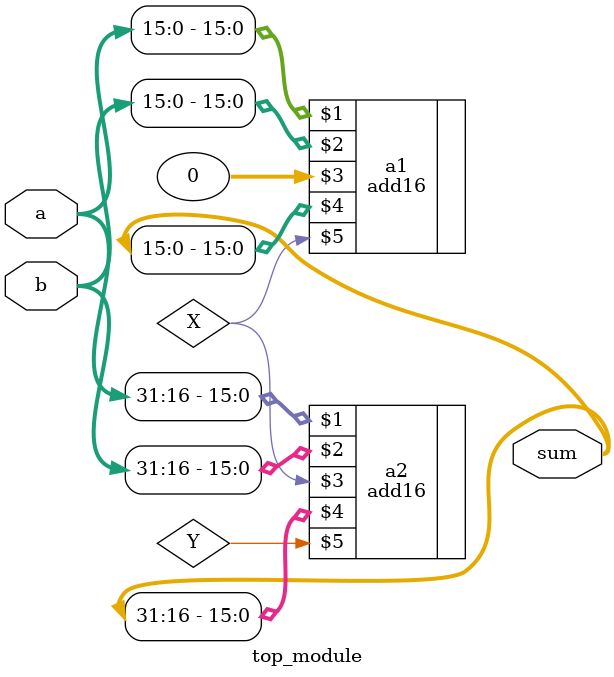
<source format=v>
module top_module(
    input [31:0] a,
    input [31:0] b,
    output [31:0] sum
);
    wire X,Y;
  add16 a1(a[15:0], b[15:0], 0, sum[15:0], X);
  add16 a2(a[31:16], b[31:16], X, sum[31:16], Y);

endmodule

</source>
